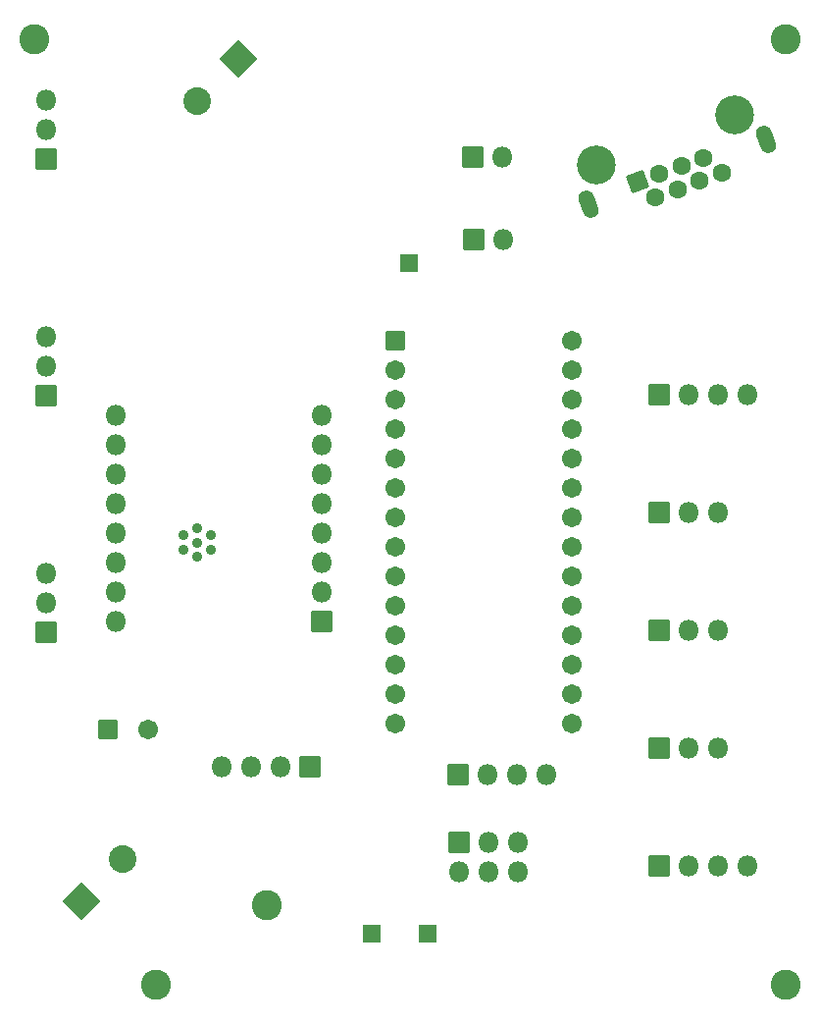
<source format=gbr>
G04 #@! TF.GenerationSoftware,KiCad,Pcbnew,(6.0.7)*
G04 #@! TF.CreationDate,2023-04-27T15:35:51-05:00*
G04 #@! TF.ProjectId,ControlBoardT4_DFminiSound_PowerAmp,436f6e74-726f-46c4-926f-61726454345f,rev?*
G04 #@! TF.SameCoordinates,Original*
G04 #@! TF.FileFunction,Soldermask,Top*
G04 #@! TF.FilePolarity,Negative*
%FSLAX46Y46*%
G04 Gerber Fmt 4.6, Leading zero omitted, Abs format (unit mm)*
G04 Created by KiCad (PCBNEW (6.0.7)) date 2023-04-27 15:35:51*
%MOMM*%
%LPD*%
G01*
G04 APERTURE LIST*
G04 Aperture macros list*
%AMRoundRect*
0 Rectangle with rounded corners*
0 $1 Rounding radius*
0 $2 $3 $4 $5 $6 $7 $8 $9 X,Y pos of 4 corners*
0 Add a 4 corners polygon primitive as box body*
4,1,4,$2,$3,$4,$5,$6,$7,$8,$9,$2,$3,0*
0 Add four circle primitives for the rounded corners*
1,1,$1+$1,$2,$3*
1,1,$1+$1,$4,$5*
1,1,$1+$1,$6,$7*
1,1,$1+$1,$8,$9*
0 Add four rect primitives between the rounded corners*
20,1,$1+$1,$2,$3,$4,$5,0*
20,1,$1+$1,$4,$5,$6,$7,0*
20,1,$1+$1,$6,$7,$8,$9,0*
20,1,$1+$1,$8,$9,$2,$3,0*%
%AMHorizOval*
0 Thick line with rounded ends*
0 $1 width*
0 $2 $3 position (X,Y) of the first rounded end (center of the circle)*
0 $4 $5 position (X,Y) of the second rounded end (center of the circle)*
0 Add line between two ends*
20,1,$1,$2,$3,$4,$5,0*
0 Add two circle primitives to create the rounded ends*
1,1,$1,$2,$3*
1,1,$1,$4,$5*%
G04 Aperture macros list end*
%ADD10RoundRect,0.051000X0.000000X-1.616446X1.616446X0.000000X0.000000X1.616446X-1.616446X0.000000X0*%
%ADD11C,2.388000*%
%ADD12RoundRect,0.051000X0.750000X-0.750000X0.750000X0.750000X-0.750000X0.750000X-0.750000X-0.750000X0*%
%ADD13RoundRect,0.051000X0.000000X1.616446X-1.616446X0.000000X0.000000X-1.616446X1.616446X0.000000X0*%
%ADD14RoundRect,0.051000X0.850000X0.850000X-0.850000X0.850000X-0.850000X-0.850000X0.850000X-0.850000X0*%
%ADD15O,1.802000X1.802000*%
%ADD16RoundRect,0.051000X-0.750000X-0.750000X0.750000X-0.750000X0.750000X0.750000X-0.750000X0.750000X0*%
%ADD17HorizOval,2.602000X0.000000X0.000000X0.000000X0.000000X0*%
%ADD18RoundRect,0.051000X-0.850000X0.850000X-0.850000X-0.850000X0.850000X-0.850000X0.850000X0.850000X0*%
%ADD19C,3.352000*%
%ADD20RoundRect,0.051000X0.448254X0.961285X-0.961285X0.448254X-0.448254X-0.961285X0.961285X-0.448254X0*%
%ADD21C,1.602000*%
%ADD22HorizOval,1.361000X-0.188624X0.518240X0.188624X-0.518240X0*%
%ADD23RoundRect,0.051000X0.850000X-0.850000X0.850000X0.850000X-0.850000X0.850000X-0.850000X-0.850000X0*%
%ADD24RoundRect,0.051000X-0.750000X0.750000X-0.750000X-0.750000X0.750000X-0.750000X0.750000X0.750000X0*%
%ADD25RoundRect,0.051000X-0.800000X0.800000X-0.800000X-0.800000X0.800000X-0.800000X0.800000X0.800000X0*%
%ADD26C,1.702000*%
%ADD27RoundRect,0.051000X-0.850000X-0.850000X0.850000X-0.850000X0.850000X0.850000X-0.850000X0.850000X0*%
%ADD28C,2.602000*%
%ADD29RoundRect,0.051000X-0.800000X-0.800000X0.800000X-0.800000X0.800000X0.800000X-0.800000X0.800000X0*%
%ADD30C,0.902000*%
G04 APERTURE END LIST*
D10*
X116200000Y-147000000D03*
D11*
X119792102Y-143407898D03*
D12*
X146100000Y-149800000D03*
D13*
X129812051Y-74403949D03*
D11*
X126219949Y-77996051D03*
D14*
X113200000Y-83000000D03*
D15*
X113200000Y-80460000D03*
X113200000Y-77920000D03*
D14*
X113200000Y-103400000D03*
D15*
X113200000Y-100860000D03*
X113200000Y-98320000D03*
D14*
X113200000Y-123800000D03*
D15*
X113200000Y-121260000D03*
X113200000Y-118720000D03*
D16*
X144526000Y-91948000D03*
D17*
X132228100Y-147359000D03*
D18*
X136000000Y-135400000D03*
D15*
X133460000Y-135400000D03*
X130920000Y-135400000D03*
X128380000Y-135400000D03*
D19*
X160727505Y-83546371D03*
X172661601Y-79202715D03*
D20*
X164228033Y-84975294D03*
D21*
X165795315Y-86299087D03*
X166135609Y-84280993D03*
X167702891Y-85604786D03*
X168043185Y-83586692D03*
X169610467Y-84910485D03*
X169950761Y-82892392D03*
X171518043Y-84216184D03*
D22*
X175326779Y-81320860D03*
X160047377Y-86882108D03*
D23*
X166100000Y-144000000D03*
D15*
X168640000Y-144000000D03*
X171180000Y-144000000D03*
X173720000Y-144000000D03*
D24*
X141300000Y-149800000D03*
D25*
X143357000Y-98638000D03*
D26*
X143357000Y-101178000D03*
X143357000Y-103718000D03*
X143357000Y-106258000D03*
X143357000Y-108798000D03*
X143357000Y-111338000D03*
X143357000Y-113878000D03*
X143357000Y-116418000D03*
X143357000Y-118958000D03*
X143357000Y-121498000D03*
X143357000Y-124038000D03*
X143357000Y-126578000D03*
X143357000Y-129118000D03*
X143357000Y-131658000D03*
X158597000Y-131658000D03*
X158597000Y-129118000D03*
X158597000Y-126578000D03*
X158597000Y-124038000D03*
X158597000Y-121498000D03*
X158597000Y-118958000D03*
X158597000Y-116418000D03*
X158597000Y-113878000D03*
X158597000Y-111338000D03*
X158597000Y-108798000D03*
X158597000Y-106258000D03*
X158597000Y-103718000D03*
X158597000Y-101178000D03*
X158597000Y-98638000D03*
D23*
X150109000Y-89916000D03*
D15*
X152649000Y-89916000D03*
D23*
X148750000Y-136130000D03*
D15*
X151290000Y-136130000D03*
X153830000Y-136130000D03*
X156370000Y-136130000D03*
D27*
X166100000Y-103360000D03*
D15*
X168640000Y-103360000D03*
X171180000Y-103360000D03*
X173720000Y-103360000D03*
D27*
X166100000Y-113520000D03*
D15*
X168640000Y-113520000D03*
X171180000Y-113520000D03*
D27*
X166100000Y-123680000D03*
D15*
X168640000Y-123680000D03*
X171180000Y-123680000D03*
D27*
X166100000Y-133840000D03*
D15*
X168640000Y-133840000D03*
X171180000Y-133840000D03*
D14*
X136977200Y-122921000D03*
D15*
X119197200Y-122921000D03*
X136977200Y-120381000D03*
X119197200Y-120381000D03*
X136977200Y-117841000D03*
X119197200Y-117841000D03*
X136977200Y-115301000D03*
X119197200Y-115301000D03*
X136977200Y-112761000D03*
X119197200Y-112761000D03*
X136977200Y-110221000D03*
X119197200Y-110221000D03*
X136977200Y-107681000D03*
X119197200Y-107681000D03*
X136977200Y-105141000D03*
X119197200Y-105141000D03*
D28*
X177000000Y-154200000D03*
D29*
X118500000Y-132200000D03*
D26*
X122000000Y-132200000D03*
D23*
X150055000Y-82850000D03*
D15*
X152595000Y-82850000D03*
D23*
X148855000Y-141980000D03*
D15*
X148855000Y-144520000D03*
X151395000Y-141980000D03*
X151395000Y-144520000D03*
X153935000Y-141980000D03*
X153935000Y-144520000D03*
D28*
X112200000Y-72700000D03*
X177000000Y-72700000D03*
X122700000Y-154200000D03*
D30*
X126238000Y-116078000D03*
X126238000Y-117290850D03*
X127450850Y-115471575D03*
X126238000Y-114865150D03*
X125025150Y-115471575D03*
X125025150Y-116684425D03*
X127450850Y-116684425D03*
M02*

</source>
